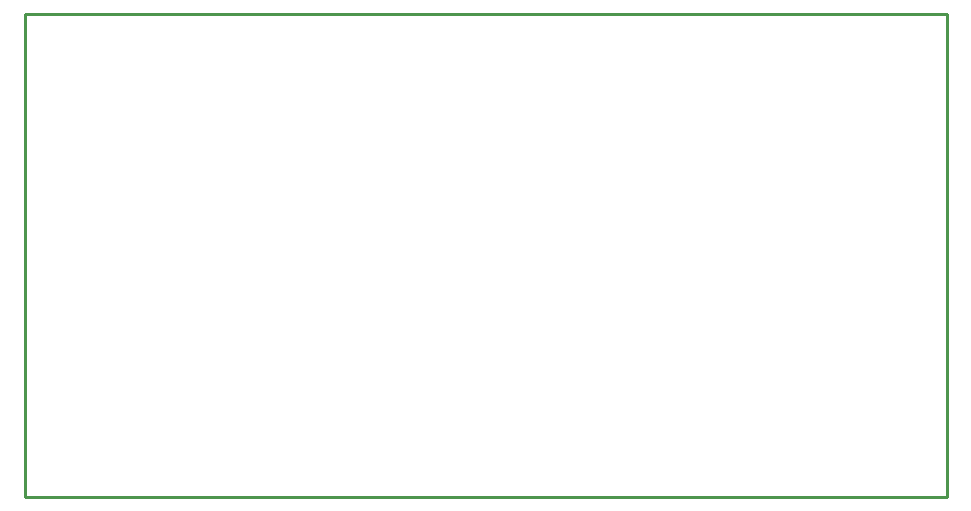
<source format=gbr>
%TF.GenerationSoftware,Altium Limited,Altium Designer,23.2.1 (34)*%
G04 Layer_Color=16711935*
%FSLAX45Y45*%
%MOMM*%
%TF.SameCoordinates,30BCF74E-8D5C-4CB1-BD29-C8B6E5BAA9CA*%
%TF.FilePolarity,Positive*%
%TF.FileFunction,Other,Mechanical_1*%
%TF.Part,Single*%
G01*
G75*
%TA.AperFunction,NonConductor*%
%ADD45C,0.25400*%
D45*
X0Y1000D02*
X7806000D01*
X0D02*
Y4097000D01*
X7806000D02*
X7806000Y1000D01*
X0Y4097000D02*
X7806000D01*
%TF.MD5,6a0ef8992c6c8e35342aed7a8e3cf95f*%
M02*

</source>
